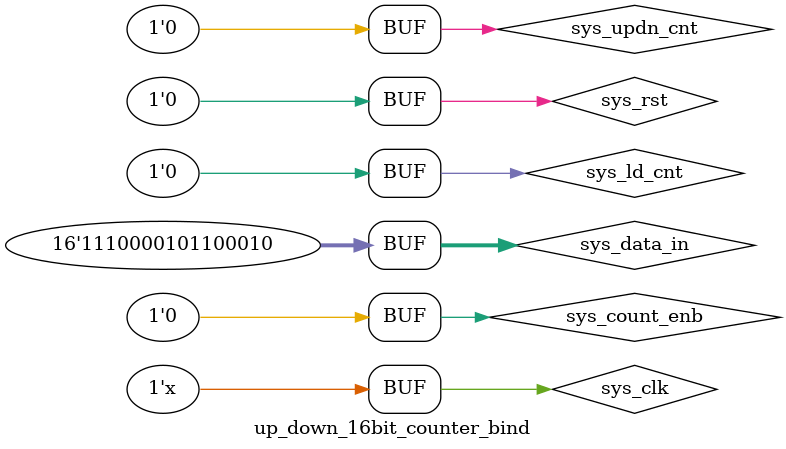
<source format=sv>
module up_down_16bit_counter_bind;

bit sys_clk,sys_count_enb,sys_updn_cnt,sys_rst,sys_ld_cnt;
logic [15:0] sys_data_in,sys_data_out;
//Instantiate counter module 
up_down_16bit_counter up_down_16bit_counter1(.clk(sys_clk),.count_enb(sys_count_enb),.updn_cnt(sys_updn_cnt),.rst(sys_rst),.ld_cnt(sys_ld_cnt),
.data_in(sys_data_in),.data_out(sys_data_out));
// Bind property module to design module
bind up_down_16bit_counter1 up_down_16bit_counter_property up_down_16bit_counter_bound (.pclk(clk),.pcount_enb(count_enb),
.pupdn_cnt(updn_cnt),.prst(rst),.pld_cnt(ld_cnt),.pdata_in(data_in),.pdata_out(data_out)); 


always #10 sys_clk = !sys_clk; // Define clock with 20 time units periods
initial
begin
sys_data_in=16'b1111000111111000; // Random 16bit data for input 
sys_ld_cnt = 1'b1; // Deassert load in the beginning
sys_rst = 1'b0; // Start by resetting out data
#20
sys_rst=1'b1; // Deassert reset
sys_count_enb = 1'b1; // Start by counting
sys_updn_cnt=1'b1; //Count up
#80 // Count for 4 clock periods (Clock period=20)
sys_ld_cnt=1'b0; // Load data to output, priority over counting 
#20 //for one period
sys_ld_cnt=1'b1; // Deassert load 
sys_updn_cnt=1'b0; // Start counting down
#40 // for two periods
sys_count_enb=1'b0; // Stop counting
sys_data_in=16'b1110000101100010; // New data input
#40 // two more periods
sys_ld_cnt=1'b0; // Load data again to out
#20 // wait for one more period
sys_rst=1'b0; // Reset counter, out=0

end

endmodule

</source>
